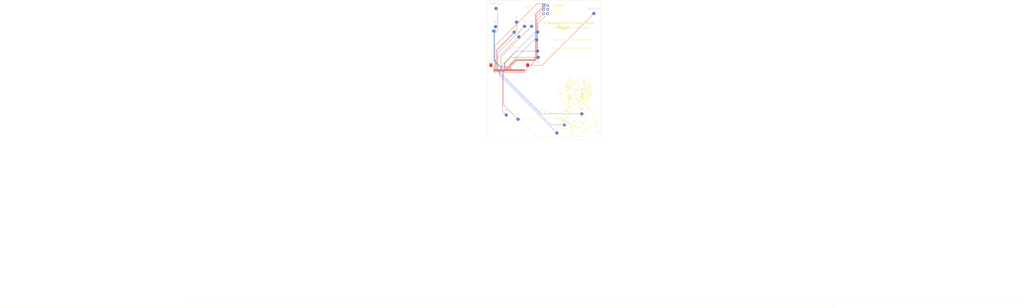
<source format=kicad_pcb>
(kicad_pcb (version 20241229) (generator "pcbnew") (generator_version "9.0")
  (layers (0 "F.Cu" signal) (2 "B.Cu" signal) (13 "F.Paste" user) (15 "B.Paste" user) (5 "F.SilkS" user "F.Silkscreen") (7 "B.SilkS" user "B.Silkscreen") (1 "F.Mask" user) (3 "B.Mask" user) (25 "Edge.Cuts" user))
  (net 0 "")
  (net 3 "+1V5")
  (net 4 "GND")
  (net 5 "/ISP_RST")
  (net 6 "/ISP_SCK")
  (net 7 "/ISP_MOSI")
  (net 8 "VBUS")
  (net 9 "/ISP_MISO")
  (net 10 "/A0")
  (net 11 "/A1")
  (net 12 "/A2")
  (net 13 "/A3")
  (net 14 "/A4")
  (net 15 "/A5")
  (net 16 "/A6")
  (net 17 "/A7")
  (net 18 "/B0")
  (net 19 "/B1")
  (net 20 "/B2")
  (net 21 "/B3")
  (net 22 "/B4")
  (net 23 "/B5")
  (net 24 "/B6")
  (net 25 "/B7")
  (footprint "Connector_PinHeader_2.54mm:PinHeader_2x03_P2.54mm_Horizontal" (layer "F.Cu") (at 102.84 61.21)
    (property "Reference" "ISP_HEADER1" (hide yes))
    (property "Value" "Conn_02x03_Odd_Even" (hide yes))
    (pad "1" thru_hole rect (at 0 0) (size 1.7 1.7) (drill 1) (layers "*.Cu" "*.Mask") (net 9 "/ISP_MISO"))
    (pad "2" thru_hole circle (at 2.54 0) (size 1.7 1.7) (drill 1) (layers "*.Cu" "*.Mask") (net 8 "VBUS"))
    (pad "3" thru_hole circle (at 0 2.54) (size 1.7 1.7) (drill 1) (layers "*.Cu" "*.Mask") (net 6 "/ISP_SCK"))
    (pad "4" thru_hole circle (at 2.54 2.54) (size 1.7 1.7) (drill 1) (layers "*.Cu" "*.Mask") (net 7 "/ISP_MOSI"))
    (pad "5" thru_hole circle (at 0 5.08) (size 1.7 1.7) (drill 1) (layers "*.Cu" "*.Mask") (net 5 "/ISP_RST"))
    (pad "6" thru_hole circle (at 2.54 5.08) (size 1.7 1.7) (drill 1) (layers "*.Cu" "*.Mask") (net 4 "GND"))
  )
  (footprint "FH12-40S-0.5SH_55_:HRS_FH12-40S-0.5SH_55_" (layer "F.Cu") (at 81 102.25 180)
    (property "Reference" "P1" (at 0 2.75 0) (layer "F.SilkS") (effects (font (size 1.000913 1.000913))))
    (property "Value" "FH12-40S-0.5SH_55_" (hide yes))
    (pad "1" smd rect (at -9.75 0 180) (size 0.3 1.3) (layers "F.Cu" "F.Mask" "F.Paste"))
    (pad "2" smd rect (at -9.25 0 180) (size 0.3 1.3) (layers "F.Cu" "F.Mask" "F.Paste"))
    (pad "3" smd rect (at -8.75 0 180) (size 0.3 1.3) (layers "F.Cu" "F.Mask" "F.Paste"))
    (pad "4" smd rect (at -8.25 0 180) (size 0.3 1.3) (layers "F.Cu" "F.Mask" "F.Paste"))
    (pad "5" smd rect (at -7.75 0 180) (size 0.3 1.3) (layers "F.Cu" "F.Mask" "F.Paste"))
    (pad "6" smd rect (at -7.25 0 180) (size 0.3 1.3) (layers "F.Cu" "F.Mask" "F.Paste"))
    (pad "7" smd rect (at -6.75 0 180) (size 0.3 1.3) (layers "F.Cu" "F.Mask" "F.Paste"))
    (pad "8" smd rect (at -6.25 0 180) (size 0.3 1.3) (layers "F.Cu" "F.Mask" "F.Paste"))
    (pad "9" smd rect (at -5.75 0 180) (size 0.3 1.3) (layers "F.Cu" "F.Mask" "F.Paste"))
    (pad "10" smd rect (at -5.25 0 180) (size 0.3 1.3) (layers "F.Cu" "F.Mask" "F.Paste"))
    (pad "11" smd rect (at -4.75 0 180) (size 0.3 1.3) (layers "F.Cu" "F.Mask" "F.Paste"))
    (pad "12" smd rect (at -4.25 0 180) (size 0.3 1.3) (layers "F.Cu" "F.Mask" "F.Paste"))
    (pad "13" smd rect (at -3.75 0 180) (size 0.3 1.3) (layers "F.Cu" "F.Mask" "F.Paste"))
    (pad "14" smd rect (at -3.25 0 180) (size 0.3 1.3) (layers "F.Cu" "F.Mask" "F.Paste"))
    (pad "15" smd rect (at -2.75 0 180) (size 0.3 1.3) (layers "F.Cu" "F.Mask" "F.Paste"))
    (pad "16" smd rect (at -2.25 0 180) (size 0.3 1.3) (layers "F.Cu" "F.Mask" "F.Paste"))
    (pad "17" smd rect (at -1.75 0 180) (size 0.3 1.3) (layers "F.Cu" "F.Mask" "F.Paste"))
    (pad "18" smd rect (at -1.25 0 180) (size 0.3 1.3) (layers "F.Cu" "F.Mask" "F.Paste") (net 3 "+1V5"))
    (pad "19" smd rect (at -0.75 0 180) (size 0.3 1.3) (layers "F.Cu" "F.Mask" "F.Paste") (net 5 "/ISP_RST"))
    (pad "20" smd rect (at -0.25 0 180) (size 0.3 1.3) (layers "F.Cu" "F.Mask" "F.Paste") (net 6 "/ISP_SCK"))
    (pad "21" smd rect (at 0.25 0 180) (size 0.3 1.3) (layers "F.Cu" "F.Mask" "F.Paste") (net 7 "/ISP_MOSI"))
    (pad "22" smd rect (at 0.75 0 180) (size 0.3 1.3) (layers "F.Cu" "F.Mask" "F.Paste") (net 9 "/ISP_MISO"))
    (pad "23" smd rect (at 1.25 0 180) (size 0.3 1.3) (layers "F.Cu" "F.Mask" "F.Paste") (net 21 "/B3"))
    (pad "24" smd rect (at 1.75 0 180) (size 0.3 1.3) (layers "F.Cu" "F.Mask" "F.Paste") (net 18 "/B0"))
    (pad "25" smd rect (at 2.25 0 180) (size 0.3 1.3) (layers "F.Cu" "F.Mask" "F.Paste") (net 19 "/B1"))
    (pad "26" smd rect (at 2.75 0 180) (size 0.3 1.3) (layers "F.Cu" "F.Mask" "F.Paste") (net 20 "/B2"))
    (pad "27" smd rect (at 3.25 0 180) (size 0.3 1.3) (layers "F.Cu" "F.Mask" "F.Paste") (net 23 "/B5"))
    (pad "28" smd rect (at 3.75 0 180) (size 0.3 1.3) (layers "F.Cu" "F.Mask" "F.Paste") (net 25 "/B7"))
    (pad "29" smd rect (at 4.25 0 180) (size 0.3 1.3) (layers "F.Cu" "F.Mask" "F.Paste") (net 24 "/B6"))
    (pad "30" smd rect (at 4.75 0 180) (size 0.3 1.3) (layers "F.Cu" "F.Mask" "F.Paste") (net 22 "/B4"))
    (pad "31" smd rect (at 5.25 0 180) (size 0.3 1.3) (layers "F.Cu" "F.Mask" "F.Paste") (net 17 "/A7"))
    (pad "32" smd rect (at 5.75 0 180) (size 0.3 1.3) (layers "F.Cu" "F.Mask" "F.Paste") (net 16 "/A6"))
    (pad "33" smd rect (at 6.25 0 180) (size 0.3 1.3) (layers "F.Cu" "F.Mask" "F.Paste") (net 14 "/A4"))
    (pad "34" smd rect (at 6.75 0 180) (size 0.3 1.3) (layers "F.Cu" "F.Mask" "F.Paste") (net 15 "/A5"))
    (pad "35" smd rect (at 7.25 0 180) (size 0.3 1.3) (layers "F.Cu" "F.Mask" "F.Paste") (net 13 "/A3"))
    (pad "36" smd rect (at 7.75 0 180) (size 0.3 1.3) (layers "F.Cu" "F.Mask" "F.Paste") (net 10 "/A0"))
    (pad "37" smd rect (at 8.25 0 180) (size 0.3 1.3) (layers "F.Cu" "F.Mask" "F.Paste") (net 11 "/A1"))
    (pad "38" smd rect (at 8.75 0 180) (size 0.3 1.3) (layers "F.Cu" "F.Mask" "F.Paste") (net 12 "/A2"))
    (pad "39" smd rect (at 9.25 0 180) (size 0.3 1.3) (layers "F.Cu" "F.Mask" "F.Paste") (net 8 "VBUS"))
    (pad "40" smd rect (at 9.75 0 180) (size 0.3 1.3) (layers "F.Cu" "F.Mask" "F.Paste") (net 4 "GND"))
    (pad "P1" smd rect (at -11.65 3.25 180) (size 1.8 2.2) (layers "F.Cu" "F.Mask" "F.Paste") (net 4 "GND"))
    (pad "P2" smd rect (at 11.65 3.25 180) (size 1.8 2.2) (layers "F.Cu" "F.Mask" "F.Paste") (net 4 "GND"))
  )
  (footprint "MountingHole:MountingHole_2.2mm_M2" (layer "F.Cu") (at 92.5 60.25)
    (property "Reference" "SCREW1" (hide yes))
    (property "Value" "MountingHole_2.2mm_M2" (hide yes))
    (pad "" np_thru_hole circle (at 0 0) (size 2.2 2.2) (drill 2.2) (layers "*.Cu" "*.Mask"))
  )
  (footprint "LOGO" (layer "F.Cu") (at 113.5 124.75)
    (property "Reference" "G***" (hide yes))
    (property "Value" "LOGO" (hide yes))
  )
  (footprint "LOGO" (layer "F.Cu") (at 115 75.25)
    (property "Reference" "G***" (hide yes))
    (property "Value" "LOGO" (hide yes))
  )
  (footprint "MountingHole:MountingHole_2.2mm_M2" (layer "F.Cu") (at 92.5 84.75)
    (property "Reference" "SCREW1" (hide yes))
    (property "Value" "MountingHole_2.2mm_M2" (hide yes))
    (pad "" np_thru_hole circle (at 0 0) (size 2.2 2.2) (drill 2.2) (layers "*.Cu" "*.Mask"))
  )
  (footprint "pogopin_smd:YZR0156-20033-02" (layer "B.Cu") (at 98.33 82.98 180)
    (property "Reference" "B3" (at 0 3 0) (layer "B.SilkS") (effects (font (thickness 0.1)) (justify mirror)))
    (property "Value" "0965-0-15-20-80-14-11-0" (hide yes))
    (pad "1" smd circle (at 0 0 180) (size 2 2) (layers "B.Cu" "B.Mask" "B.Paste") (net 21 "/B3"))
  )
  (footprint "pogopin_smd:YZR0156-20033-02" (layer "B.Cu") (at 115.95 136.94 180)
    (property "Reference" "A5" (at 0 3 0) (layer "B.SilkS") (effects (font (thickness 0.1)) (justify mirror)))
    (property "Value" "0965-0-15-20-80-14-11-0" (hide yes))
    (pad "1" smd circle (at 0 0 180) (size 2 2) (layers "B.Cu" "B.Mask" "B.Paste") (net 15 "/A5"))
  )
  (footprint "pogopin_smd:YZR0156-20033-02" (layer "B.Cu") (at 98.97 78.03 180)
    (property "Reference" "B2" (at 0 3 0) (layer "B.SilkS") (effects (font (thickness 0.1)) (justify mirror)))
    (property "Value" "0965-0-15-20-80-14-11-0" (hide yes))
    (pad "1" smd circle (at 0 0 180) (size 2 2) (layers "B.Cu" "B.Mask" "B.Paste") (net 20 "/B2"))
  )
  (footprint "pogopin_smd:YZR0156-20033-02" (layer "B.Cu") (at 84.1 78.1 180)
    (property "Reference" "A1" (at 0 3 0) (layer "B.SilkS") (effects (font (thickness 0.1)) (justify mirror)))
    (property "Value" "0965-0-15-20-80-14-11-0" (hide yes))
    (pad "1" smd circle (at 0 0 180) (size 2 2) (layers "B.Cu" "B.Mask" "B.Paste") (net 11 "/A1"))
  )
  (footprint "pogopin_smd:YZR0156-20033-02" (layer "B.Cu") (at 111.19 142.03 180)
    (property "Reference" "A4" (at 0 3 0) (layer "B.SilkS") (effects (font (thickness 0.1)) (justify mirror)))
    (property "Value" "0965-0-15-20-80-14-11-0" (hide yes))
    (pad "1" smd circle (at 0 0 180) (size 2 2) (layers "B.Cu" "B.Mask" "B.Paste") (net 14 "/A4"))
  )
  (footprint "pogopin_smd:YZR0156-20033-02" (layer "B.Cu") (at 86.58 133.35 180)
    (property "Reference" "B7" (at 0 3 0) (layer "B.SilkS") (effects (font (thickness 0.1)) (justify mirror)))
    (property "Value" "0965-0-15-20-80-14-11-0" (hide yes))
    (pad "1" smd circle (at 0 0 180) (size 2 2) (layers "B.Cu" "B.Mask" "B.Paste") (net 25 "/B7"))
  )
  (footprint "pogopin_smd:YZR0156-20033-02" (layer "B.Cu") (at 72.57 63.04 180)
    (property "Reference" "CALC_POS1" (at 0 3 0) (layer "B.SilkS") (effects (font (thickness 0.1)) (justify mirror)))
    (property "Value" "0965-0-15-20-80-14-11-0" (hide yes))
    (pad "1" smd circle (at 0 0 180) (size 2 2) (layers "B.Cu" "B.Mask" "B.Paste") (net 3 "+1V5"))
  )
  (footprint "pogopin_smd:YZR0156-20033-02" (layer "B.Cu") (at 98.97 90.11 180)
    (property "Reference" "B4" (at 0 3 0) (layer "B.SilkS") (effects (font (thickness 0.1)) (justify mirror)))
    (property "Value" "0965-0-15-20-80-14-11-0" (hide yes))
    (pad "1" smd circle (at 0 0 180) (size 2 2) (layers "B.Cu" "B.Mask" "B.Paste") (net 22 "/B4"))
  )
  (footprint "pogopin_smd:YZR0156-20033-02" (layer "B.Cu") (at 72.31 74.6 180)
    (property "Reference" "B0" (at 0 3 0) (layer "B.SilkS") (effects (font (thickness 0.1)) (justify mirror)))
    (property "Value" "0965-0-15-20-80-14-11-0" (hide yes))
    (pad "1" smd circle (at 0 0 180) (size 2 2) (layers "B.Cu" "B.Mask" "B.Paste") (net 18 "/B0"))
  )
  (footprint "pogopin_smd:YZR0156-20033-02" (layer "B.Cu") (at 95.13 74.39 180)
    (property "Reference" "A7" (at 0 3 0) (layer "B.SilkS") (effects (font (thickness 0.1)) (justify mirror)))
    (property "Value" "0965-0-15-20-80-14-11-0" (hide yes))
    (pad "1" smd circle (at 0 0 180) (size 2 2) (layers "B.Cu" "B.Mask" "B.Paste") (net 17 "/A7"))
  )
  (footprint "pogopin_smd:YZR0156-20033-02" (layer "B.Cu") (at 127.05 129.92 180)
    (property "Reference" "A6" (at 0 3 0) (layer "B.SilkS") (effects (font (thickness 0.1)) (justify mirror)))
    (property "Value" "0965-0-15-20-80-14-11-0" (hide yes))
    (pad "1" smd circle (at 0 0 180) (size 2 2) (layers "B.Cu" "B.Mask" "B.Paste") (net 16 "/A6"))
  )
  (footprint "pogopin_smd:YZR0156-20033-02" (layer "B.Cu") (at 71.1 77.4 180)
    (property "Reference" "B1" (at 0 -2.8 0) (layer "B.SilkS") (effects (font (thickness 0.1)) (justify mirror)))
    (property "Value" "0965-0-15-20-80-14-11-0" (hide yes))
    (pad "1" smd circle (at 0 0 180) (size 2 2) (layers "B.Cu" "B.Mask" "B.Paste") (net 19 "/B1"))
  )
  (footprint "pogopin_smd:YZR0156-20033-02" (layer "B.Cu") (at 134.66 66.25 180)
    (property "Reference" "CALC_NEG1" (at 0 3 0) (layer "B.SilkS") (effects (font (thickness 0.1)) (justify mirror)))
    (property "Value" "0965-0-15-20-80-14-11-0" (hide yes))
    (pad "1" smd circle (at 0 0 180) (size 2 2) (layers "B.Cu" "B.Mask" "B.Paste") (net 4 "GND"))
  )
  (footprint "pogopin_smd:YZR0156-20033-02" (layer "B.Cu") (at 99.3 94.1 180)
    (property "Reference" "B5" (at 0 -2.8 0) (layer "B.SilkS") (effects (font (thickness 0.1)) (justify mirror)))
    (property "Value" "0965-0-15-20-80-14-11-0" (hide yes))
    (pad "1" smd circle (at 0 0 180) (size 2 2) (layers "B.Cu" "B.Mask" "B.Paste") (net 23 "/B5"))
  )
  (footprint "pogopin_smd:YZR0156-20033-02" (layer "B.Cu") (at 87.1 81.1 180)
    (property "Reference" "A2" (at 0 3 0) (layer "B.SilkS") (effects (font (thickness 0.1)) (justify mirror)))
    (property "Value" "0965-0-15-20-80-14-11-0" (hide yes))
    (pad "1" smd circle (at 0 0 180) (size 2 2) (layers "B.Cu" "B.Mask" "B.Paste") (net 12 "/A2"))
  )
  (footprint "pogopin_smd:YZR0156-20033-02" (layer "B.Cu") (at 85.63 71.72 180)
    (property "Reference" "A0" (at 0 3 0) (layer "B.SilkS") (effects (font (thickness 0.1)) (justify mirror)))
    (property "Value" "0965-0-15-20-80-14-11-0" (hide yes))
    (pad "1" smd circle (at 0 0 180) (size 2 2) (layers "B.Cu" "B.Mask" "B.Paste") (net 10 "/A0"))
  )
  (footprint "pogopin_smd:YZR0156-20033-02" (layer "B.Cu") (at 90.7 74.4 180)
    (property "Reference" "A3" (at 0 3 0) (layer "B.SilkS") (effects (font (thickness 0.1)) (justify mirror)))
    (property "Value" "0965-0-15-20-80-14-11-0" (hide yes))
    (pad "1" smd circle (at 0 0 180) (size 2 2) (layers "B.Cu" "B.Mask" "B.Paste") (net 13 "/A3"))
  )
  (footprint "pogopin_smd:YZR0156-20033-02" (layer "B.Cu") (at 79.11 130.64 180)
    (property "Reference" "B6" (at 0 3 0) (layer "B.SilkS") (effects (font (thickness 0.1)) (justify mirror)))
    (property "Value" "0965-0-15-20-80-14-11-0" (hide yes))
    (pad "1" smd circle (at 0 0 180) (size 2 2) (layers "B.Cu" "B.Mask" "B.Paste") (net 24 "/B6"))
  )
  (gr_line (start 407.5 248.25) (end -122.5 248.25) (stroke (width 0.1)) (layer "F.SilkS"))
  (gr_rect (start 69.45 88.9) (end 92.55 94.5) (stroke (width 0.15)) (fill no) (layer "F.SilkS"))
  (gr_line (start 288 253) (end -242 253) (stroke (width 0.1)) (layer "F.SilkS"))
  (gr_rect (start 67.5 58) (end 94.75 95.3) (stroke (width 0.05)) (fill no) (layer "F.SilkS"))
  (gr_rect (start 69.45 88.9) (end 92.55 94.5) (stroke (width 0.15)) (fill no) (layer "F.SilkS"))
  (gr_rect (start 67.25 57.75) (end 139.25 146) (stroke (width 0.1)) (fill no) (layer "Edge.Cuts"))
  (gr_text "Ribbon Connector\n" (at 81 87.9 0) (layer "F.SilkS") (effects (font (size 1 1)) (justify bottom)))
  (gr_text "M2(2)" (at 92.5 83.25 0) (layer "F.SilkS") (effects (font (size 1 1)) (justify bottom)))
  (gr_text "Calcwriter Interface" (at 103.25 73.5 0) (layer "F.SilkS") (effects (font (size 2 2) (thickness 0.3) (bold yes) (italic yes)) (justify left bottom)))
  (gr_text "A           Blueprint Project" (at 108.25 76 0) (layer "F.SilkS") (effects (font (size 1.2 1.2) (thickness 0.3) (bold yes) (italic yes)) (justify left bottom)))
  (gr_text "Made with <3️ by @Kaemori" (at 107.25 83.75 0) (layer "F.SilkS") (effects (font (size 1.3 1.3) (thickness 0.1625)) (justify left bottom)))
  (gr_text "Project: calcwriter.sillyy.gay" (at 120.75 89 0) (layer "F.SilkS") (effects (font (size 1.3 1.3) (thickness 0.125)) (justify bottom)))
  (gr_text "M2(1)" (at 92.5 62.75 0) (layer "F.SilkS") (effects (font (size 1 1)) (justify bottom)))
  (segment (start 82.25 102.25) (end 82.25 101) (width 0.15) (layer "F.Cu") (net 3))
  (via (at 82.25 101) (size 0.4) (drill 0.3) (layers "F.Cu" "B.Cu") (net 3))
  (segment (start 73.6 64.07) (end 72.57 63.04) (width 0.15) (layer "B.Cu") (net 3))
  (segment (start 71.784 79.016) (end 73.6 77.2) (width 0.15) (layer "B.Cu") (net 3))
  (segment (start 79.573227 100.5) (end 78.823227 99.75) (width 0.15) (layer "B.Cu") (net 3))
  (segment (start 78.823227 99.75) (end 75.5 99.75) (width 0.15) (layer "B.Cu") (net 3))
  (segment (start 75.5 99.75) (end 71.784 96.034) (width 0.15) (layer "B.Cu") (net 3))
  (segment (start 82.25 101) (end 81.75 100.5) (width 0.15) (layer "B.Cu") (net 3))
  (segment (start 71.784 96.034) (end 71.784 79.016) (width 0.15) (layer "B.Cu") (net 3))
  (segment (start 81.75 100.5) (end 79.573227 100.5) (width 0.15) (layer "B.Cu") (net 3))
  (segment (start 73.6 77.2) (end 73.6 64.07) (width 0.15) (layer "B.Cu") (net 3))
  (segment (start 71.25 102.25) (end 71.25 100.9) (width 0.15) (layer "F.Cu") (net 4))
  (segment (start 105.38 66.29) (end 98.964 72.706) (width 0.15) (layer "F.Cu") (net 4))
  (segment (start 72.25 103.5) (end 71.668 103.5) (width 0.15) (layer "F.Cu") (net 4))
  (segment (start 101.9 99) (end 92.65 99) (width 0.15) (layer "F.Cu") (net 4))
  (segment (start 71.25 103.082) (end 71.25 102.25) (width 0.15) (layer "F.Cu") (net 4))
  (segment (start 98.964 72.706) (end 98.964 94.784) (width 0.15) (layer "F.Cu") (net 4))
  (segment (start 98.964 94.784) (end 94.748 99) (width 0.15) (layer "F.Cu") (net 4))
  (segment (start 71.668 103.5) (end 71.25 103.082) (width 0.15) (layer "F.Cu") (net 4))
  (segment (start 90.832 103.5) (end 78 103.5) (width 0.15) (layer "F.Cu") (net 4))
  (segment (start 133.2 67.7) (end 101.9 99) (width 0.15) (layer "F.Cu") (net 4))
  (segment (start 94.748 99) (end 92.65 99) (width 0.15) (layer "F.Cu") (net 4))
  (segment (start 71.25 100.9) (end 69.35 99) (width 0.15) (layer "F.Cu") (net 4))
  (segment (start 92.65 99) (end 92.65 101.682) (width 0.15) (layer "F.Cu") (net 4))
  (segment (start 92.65 101.682) (end 90.832 103.5) (width 0.15) (layer "F.Cu") (net 4))
  (via (at 72.25 103.5) (size 0.4) (drill 0.3) (layers "F.Cu" "B.Cu") (net 4))
  (via (at 133.2 67.7) (size 0.4) (drill 0.3) (layers "F.Cu" "B.Cu") (net 4))
  (via (at 78 103.5) (size 0.4) (drill 0.3) (layers "F.Cu" "B.Cu") (net 4))
  (segment (start 77.784 103.284) (end 72.466 103.284) (width 0.15) (layer "B.Cu") (net 4))
  (segment (start 134.66 66.25) (end 133.21 67.7) (width 0.15) (layer "B.Cu") (net 4))
  (segment (start 72.466 103.284) (end 72.25 103.5) (width 0.15) (layer "B.Cu") (net 4))
  (segment (start 78 103.5) (end 77.784 103.284) (width 0.15) (layer "B.Cu") (net 4))
  (segment (start 133.21 67.7) (end 133.2 67.7) (width 0.15) (layer "B.Cu") (net 4))
  (segment (start 98.623 70.507) (end 98.623 94.642754) (width 0.15) (layer "F.Cu") (net 5))
  (segment (start 96.976754 96.289) (end 85.443244 96.289) (width 0.15) (layer "F.Cu") (net 5))
  (segment (start 102.84 66.29) (end 98.623 70.507) (width 0.15) (layer "F.Cu") (net 5))
  (segment (start 81.75 99.982244) (end 81.75 102.25) (width 0.15) (layer "F.Cu") (net 5))
  (segment (start 85.443244 96.289) (end 81.75 99.982244) (width 0.15) (layer "F.Cu") (net 5))
  (segment (start 98.623 94.642754) (end 96.976754 96.289) (width 0.15) (layer "F.Cu") (net 5))
  (segment (start 96.835508 95.948) (end 98.282 94.501508) (width 0.15) (layer "F.Cu") (net 6))
  (segment (start 98.282 94.501508) (end 98.282 68.308) (width 0.15) (layer "F.Cu") (net 6))
  (segment (start 98.282 68.308) (end 102.84 63.75) (width 0.15) (layer "F.Cu") (net 6))
  (segment (start 81.25 100) (end 85.302 95.948) (width 0.15) (layer "F.Cu") (net 6))
  (segment (start 85.302 95.948) (end 96.835508 95.948) (width 0.15) (layer "F.Cu") (net 6))
  (segment (start 81.25 102.25) (end 81.25 100) (width 0.15) (layer "F.Cu") (net 6))
  (segment (start 97.941 67.070737) (end 102.377737 62.634) (width 0.15) (layer "F.Cu") (net 7))
  (segment (start 80.75 100) (end 85.143 95.607) (width 0.15) (layer "F.Cu") (net 7))
  (segment (start 96.694262 95.607) (end 97.941 94.360262) (width 0.15) (layer "F.Cu") (net 7))
  (segment (start 97.941 94.360262) (end 97.941 67.070737) (width 0.15) (layer "F.Cu") (net 7))
  (segment (start 85.143 95.607) (end 96.694262 95.607) (width 0.15) (layer "F.Cu") (net 7))
  (segment (start 102.377737 62.634) (end 104.264 62.634) (width 0.15) (layer "F.Cu") (net 7))
  (segment (start 80.75 102.25) (end 80.75 100) (width 0.15) (layer "F.Cu") (net 7))
  (segment (start 104.264 62.634) (end 105.38 63.75) (width 0.15) (layer "F.Cu") (net 7))
  (segment (start 105.38 61.21) (end 104.264 60.094) (width 0.15) (layer "F.Cu") (net 8))
  (segment (start 98.646976 60.094) (end 71.75 86.990976) (width 0.15) (layer "F.Cu") (net 8))
  (segment (start 71.75 86.990976) (end 71.75 102.25) (width 0.15) (layer "F.Cu") (net 8))
  (segment (start 104.264 60.094) (end 98.646976 60.094) (width 0.15) (layer "F.Cu") (net 8))
  (segment (start 97.6 66.45) (end 102.84 61.21) (width 0.15) (layer "F.Cu") (net 9))
  (segment (start 84.984 95.266) (end 96.553016 95.266) (width 0.15) (layer "F.Cu") (net 9))
  (segment (start 80.25 102.25) (end 80.25 100) (width 0.15) (layer "F.Cu") (net 9))
  (segment (start 80.25 100) (end 84.984 95.266) (width 0.15) (layer "F.Cu") (net 9))
  (segment (start 97.6 94.219016) (end 97.6 66.45) (width 0.15) (layer "F.Cu") (net 9))
  (segment (start 96.553016 95.266) (end 97.6 94.219016) (width 0.15) (layer "F.Cu") (net 9))
  (segment (start 85.7 77.159024) (end 85.7 73.7) (width 0.15) (layer "F.Cu") (net 10))
  (segment (start 73.25 89.609024) (end 85.7 77.159024) (width 0.15) (layer "F.Cu") (net 10))
  (segment (start 73.25 102.25) (end 73.25 89.609024) (width 0.15) (layer "F.Cu") (net 10))
  (via (at 85.7 73.7) (size 0.4) (drill 0.3) (layers "F.Cu" "B.Cu") (net 10))
  (segment (start 85.63 73.63) (end 85.63 71.72) (width 0.15) (layer "B.Cu") (net 10))
  (segment (start 85.7 73.7) (end 85.63 73.63) (width 0.15) (layer "B.Cu") (net 10))
  (segment (start 72.75 89.45) (end 82.1 80.1) (width 0.15) (layer "F.Cu") (net 11))
  (segment (start 72.75 102.25) (end 72.75 89.45) (width 0.15) (layer "F.Cu") (net 11))
  (via (at 82.1 80.1) (size 0.4) (drill 0.3) (layers "F.Cu" "B.Cu") (net 11))
  (segment (start 82.1 80.1) (end 84.1 78.1) (width 0.15) (layer "B.Cu") (net 11))
  (segment (start 72.25 102.25) (end 72.25 95.75) (width 0.15) (layer "F.Cu") (net 12))
  (via (at 72.25 95.75) (size 0.4) (drill 0.3) (layers "F.Cu" "B.Cu") (net 12))
  (segment (start 86.9 81.1) (end 72.25 95.75) (width 0.15) (layer "B.Cu") (net 12))
  (segment (start 73.75 102.25) (end 73.75 91.35) (width 0.15) (layer "F.Cu") (net 13))
  (segment (start 73.75 91.35) (end 88.7 76.4) (width 0.15) (layer "F.Cu") (net 13))
  (via (at 88.7 76.4) (size 0.4) (drill 0.3) (layers "F.Cu" "B.Cu") (net 13))
  (segment (start 88.7 76.4) (end 90.7 74.4) (width 0.15) (layer "B.Cu") (net 13))
  (segment (start 74.75 105.5) (end 74.75 102.25) (width 0.15) (layer "F.Cu") (net 14))
  (via (at 74.75 105.5) (size 0.4) (drill 0.3) (layers "F.Cu" "B.Cu") (net 14))
  (segment (start 90.25 121.09) (end 111.19 142.03) (width 0.15) (layer "B.Cu") (net 14))
  (segment (start 74.75 105.5) (end 90.25 121) (width 0.15) (layer "B.Cu") (net 14))
  (segment (start 90.25 121) (end 90.25 121.09) (width 0.15) (layer "B.Cu") (net 14))
  (segment (start 74.25 102.25) (end 74.25 103.75) (width 0.15) (layer "F.Cu") (net 15))
  (via (at 74.25 103.75) (size 0.4) (drill 0.3) (layers "F.Cu" "B.Cu") (net 15))
  (segment (start 74.25 103.75) (end 107.44 136.94) (width 0.15) (layer "B.Cu") (net 15))
  (segment (start 107.44 136.94) (end 115.95 136.94) (width 0.15) (layer "B.Cu") (net 15))
  (segment (start 75.25 103.75) (end 75.25 102.25) (width 0.15) (layer "F.Cu") (net 16))
  (via (at 75.25 103.75) (size 0.4) (drill 0.3) (layers "F.Cu" "B.Cu") (net 16))
  (segment (start 75.25 103.75) (end 101.42 129.92) (width 0.15) (layer "B.Cu") (net 16))
  (segment (start 101.42 129.92) (end 127.05 129.92) (width 0.15) (layer "B.Cu") (net 16))
  (segment (start 75.75 102.25) (end 75.75 93.75) (width 0.15) (layer "F.Cu") (net 17))
  (segment (start 75.75 93.75) (end 93.1 76.4) (width 0.15) (layer "F.Cu") (net 17))
  (via (at 93.1 76.4) (size 0.4) (drill 0.3) (layers "F.Cu" "B.Cu") (net 17))
  (segment (start 93.1 76.4) (end 93.12 76.4) (width 0.15) (layer "B.Cu") (net 17))
  (segment (start 93.12 76.4) (end 95.13 74.39) (width 0.15) (layer "B.Cu") (net 17))
  (segment (start 79.25 102.25) (end 79.25 100.835797) (width 0.15) (layer "F.Cu") (net 18))
  (segment (start 79.25 100.835797) (end 78.829595 100.415392) (width 0.15) (layer "F.Cu") (net 18))
  (via (at 78.829595 100.415392) (size 0.4) (drill 0.3) (layers "F.Cu" "B.Cu") (net 18))
  (segment (start 71.443 96.175246) (end 71.443 78.847395) (width 0.15) (layer "B.Cu") (net 18))
  (segment (start 78.829595 100.415392) (end 75.683146 100.415392) (width 0.15) (layer "B.Cu") (net 18))
  (segment (start 75.683146 100.415392) (end 71.443 96.175246) (width 0.15) (layer "B.Cu") (net 18))
  (segment (start 72.366 77.924395) (end 72.366 74.656) (width 0.15) (layer "B.Cu") (net 18))
  (segment (start 72.366 74.656) (end 72.31 74.6) (width 0.15) (layer "B.Cu") (net 18))
  (segment (start 71.443 78.847395) (end 72.366 77.924395) (width 0.15) (layer "B.Cu") (net 18))
  (segment (start 78.75 102.25) (end 78.75 101) (width 0.15) (layer "F.Cu") (net 19))
  (via (at 78.75 101) (size 0.4) (drill 0.3) (layers "F.Cu" "B.Cu") (net 19))
  (segment (start 78.75 101) (end 75.75 101) (width 0.15) (layer "B.Cu") (net 19))
  (segment (start 75.75 101) (end 71.1 96.35) (width 0.15) (layer "B.Cu") (net 19))
  (segment (start 71.1 96.35) (end 71.1 77.4) (width 0.15) (layer "B.Cu") (net 19))
  (segment (start 78.25 102.25) (end 78.25 98.5) (width 0.15) (layer "F.Cu") (net 20))
  (via (at 78.25 98.5) (size 0.4) (drill 0.3) (layers "F.Cu" "B.Cu") (net 20))
  (segment (start 78.25 98.5) (end 78.25 97.193201) (width 0.15) (layer "B.Cu") (net 20))
  (segment (start 97.413201 78.03) (end 98.97 78.03) (width 0.15) (layer "B.Cu") (net 20))
  (segment (start 78.25 97.193201) (end 97.413201 78.03) (width 0.15) (layer "B.Cu") (net 20))
  (segment (start 79.75 100) (end 79.75 102.25) (width 0.15) (layer "F.Cu") (net 21))
  (via (at 79.75 100) (size 0.4) (drill 0.3) (layers "F.Cu" "B.Cu") (net 21))
  (segment (start 98.33 82.98) (end 96.77 82.98) (width 0.15) (layer "B.Cu") (net 21))
  (segment (start 96.77 82.98) (end 79.75 100) (width 0.15) (layer "B.Cu") (net 21))
  (segment (start 85.4 90.1) (end 76.25 99.25) (width 0.15) (layer "F.Cu") (net 22))
  (segment (start 76.25 99.25) (end 76.25 102.25) (width 0.15) (layer "F.Cu") (net 22))
  (segment (start 97 90.1) (end 85.4 90.1) (width 0.15) (layer "F.Cu") (net 22))
  (via (at 97 90.1) (size 0.4) (drill 0.3) (layers "F.Cu" "B.Cu") (net 22))
  (segment (start 98.97 90.11) (end 97.01 90.11) (width 0.15) (layer "B.Cu") (net 22))
  (segment (start 97.01 90.11) (end 97 90.1) (width 0.15) (layer "B.Cu") (net 22))
  (segment (start 77.75 102.25) (end 77.75 98.232246) (width 0.15) (layer "F.Cu") (net 23))
  (segment (start 97 94.1) (end 81.882246 94.1) (width 0.15) (layer "F.Cu") (net 23))
  (segment (start 77.75 98.232246) (end 81.882246 94.1) (width 0.15) (layer "F.Cu") (net 23))
  (via (at 97 94.1) (size 0.4) (drill 0.3) (layers "F.Cu" "B.Cu") (net 23))
  (segment (start 99.3 94.1) (end 97 94.1) (width 0.15) (layer "B.Cu") (net 23))
  (segment (start 76.75 102.25) (end 76.75 128.25) (width 0.15) (layer "F.Cu") (net 24))
  (segment (start 77.5 129) (end 76.75 128.25) (width 0.15) (layer "F.Cu") (net 24))
  (via (at 77.5 129) (size 0.4) (drill 0.3) (layers "F.Cu" "B.Cu") (net 24))
  (segment (start 77.5 129.03) (end 77.5 129) (width 0.15) (layer "B.Cu") (net 24))
  (segment (start 79.11 130.64) (end 77.5 129.03) (width 0.15) (layer "B.Cu") (net 24))
  (segment (start 77.25 102.25) (end 77.25 124.02) (width 0.15) (layer "F.Cu") (net 25))
  (segment (start 77.25 124.02) (end 85.1 131.87) (width 0.15) (layer "F.Cu") (net 25))
  (via (at 85.1 131.9) (size 0.4) (drill 0.3) (layers "F.Cu" "B.Cu") (net 25))
  (segment (start 86.58 133.35) (end 85.13 131.9) (width 0.15) (layer "B.Cu") (net 25))
  (segment (start 85.13 131.9) (end 85.1 131.9) (width 0.15) (layer "B.Cu") (net 25))
)
</source>
